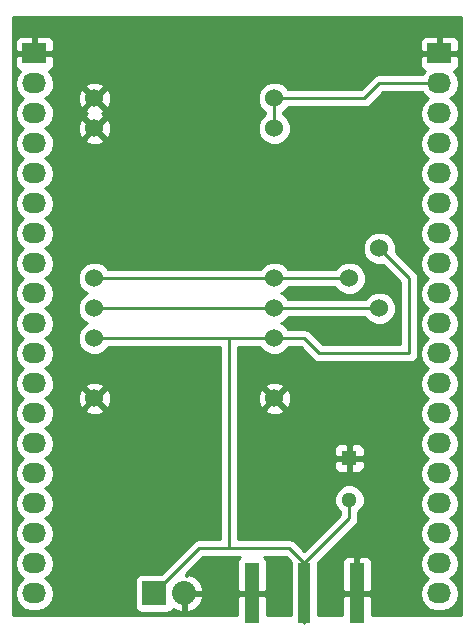
<source format=gbr>
G04 #@! TF.FileFunction,Copper,L1,Top,Signal*
%FSLAX46Y46*%
G04 Gerber Fmt 4.6, Leading zero omitted, Abs format (unit mm)*
G04 Created by KiCad (PCBNEW 4.0.3+e1-6302~38~ubuntu16.04.1-stable) date Fri Aug 26 16:59:27 2016*
%MOMM*%
%LPD*%
G01*
G04 APERTURE LIST*
%ADD10C,0.100000*%
%ADD11R,2.032000X2.032000*%
%ADD12O,2.032000X2.032000*%
%ADD13C,1.524000*%
%ADD14R,1.270000X5.080000*%
%ADD15R,1.016000X5.080000*%
%ADD16R,2.032000X1.727200*%
%ADD17O,2.032000X1.727200*%
%ADD18C,1.300000*%
%ADD19R,1.300000X1.300000*%
%ADD20C,0.250000*%
%ADD21C,0.254000*%
G04 APERTURE END LIST*
D10*
D11*
X69850000Y-100330000D03*
D12*
X72390000Y-100330000D03*
D13*
X86360000Y-73660000D03*
X88900000Y-71120000D03*
X88900000Y-76200000D03*
X64770000Y-58420000D03*
X64770000Y-60960000D03*
X64770000Y-73660000D03*
X64770000Y-76200000D03*
X64770000Y-78740000D03*
X64770000Y-83820000D03*
X80010000Y-83820000D03*
X80010000Y-78740000D03*
X80010000Y-76200000D03*
X80010000Y-73660000D03*
X80010000Y-60960000D03*
X80010000Y-58420000D03*
D14*
X78105000Y-100330000D03*
X86995000Y-100330000D03*
D15*
X82550000Y-100330000D03*
D16*
X59690000Y-54610000D03*
D17*
X59690000Y-57150000D03*
X59690000Y-59690000D03*
X59690000Y-62230000D03*
X59690000Y-64770000D03*
X59690000Y-67310000D03*
X59690000Y-69850000D03*
X59690000Y-72390000D03*
X59690000Y-74930000D03*
X59690000Y-77470000D03*
X59690000Y-80010000D03*
X59690000Y-82550000D03*
X59690000Y-85090000D03*
X59690000Y-87630000D03*
X59690000Y-90170000D03*
X59690000Y-92710000D03*
X59690000Y-95250000D03*
X59690000Y-97790000D03*
X59690000Y-100330000D03*
D16*
X93980000Y-54610000D03*
D17*
X93980000Y-57150000D03*
X93980000Y-59690000D03*
X93980000Y-62230000D03*
X93980000Y-64770000D03*
X93980000Y-67310000D03*
X93980000Y-69850000D03*
X93980000Y-72390000D03*
X93980000Y-74930000D03*
X93980000Y-77470000D03*
X93980000Y-80010000D03*
X93980000Y-82550000D03*
X93980000Y-85090000D03*
X93980000Y-87630000D03*
X93980000Y-90170000D03*
X93980000Y-92710000D03*
X93980000Y-95250000D03*
X93980000Y-97790000D03*
X93980000Y-100330000D03*
D18*
X86360000Y-92400000D03*
D19*
X86360000Y-88900000D03*
D20*
X80010000Y-58420000D02*
X87630000Y-58420000D01*
X88900000Y-57150000D02*
X93980000Y-57150000D01*
X87630000Y-58420000D02*
X88900000Y-57150000D01*
X80010000Y-60960000D02*
X80010000Y-58420000D01*
X80010000Y-73660000D02*
X86360000Y-73660000D01*
X64770000Y-73660000D02*
X80010000Y-73660000D01*
X80010000Y-76200000D02*
X88900000Y-76200000D01*
X64770000Y-76200000D02*
X80010000Y-76200000D01*
X82550000Y-100330000D02*
X82550000Y-97790000D01*
X82550000Y-97790000D02*
X86360000Y-93980000D01*
X86360000Y-93980000D02*
X86360000Y-92400000D01*
X76200000Y-96520000D02*
X76200000Y-78740000D01*
X69850000Y-100330000D02*
X73660000Y-96520000D01*
X81280000Y-96520000D02*
X82550000Y-97790000D01*
X76200000Y-96520000D02*
X81280000Y-96520000D01*
X73660000Y-96520000D02*
X76200000Y-96520000D01*
X82550000Y-102870000D02*
X82550000Y-100330000D01*
X88900000Y-71120000D02*
X91440000Y-73660000D01*
X82550000Y-78740000D02*
X80010000Y-78740000D01*
X83820000Y-80010000D02*
X82550000Y-78740000D01*
X91440000Y-80010000D02*
X83820000Y-80010000D01*
X91440000Y-73660000D02*
X91440000Y-80010000D01*
X64770000Y-78740000D02*
X76200000Y-78740000D01*
X76200000Y-78740000D02*
X80010000Y-78740000D01*
D21*
G36*
X95810000Y-102160000D02*
X88265000Y-102160000D01*
X88265000Y-100615750D01*
X88106250Y-100457000D01*
X87122000Y-100457000D01*
X87122000Y-100477000D01*
X86868000Y-100477000D01*
X86868000Y-100457000D01*
X85883750Y-100457000D01*
X85725000Y-100615750D01*
X85725000Y-102160000D01*
X83705440Y-102160000D01*
X83705440Y-97790000D01*
X83692670Y-97722132D01*
X83751112Y-97663690D01*
X85725000Y-97663690D01*
X85725000Y-100044250D01*
X85883750Y-100203000D01*
X86868000Y-100203000D01*
X86868000Y-97313750D01*
X87122000Y-97313750D01*
X87122000Y-100203000D01*
X88106250Y-100203000D01*
X88265000Y-100044250D01*
X88265000Y-97663690D01*
X88168327Y-97430301D01*
X87989698Y-97251673D01*
X87756309Y-97155000D01*
X87280750Y-97155000D01*
X87122000Y-97313750D01*
X86868000Y-97313750D01*
X86709250Y-97155000D01*
X86233691Y-97155000D01*
X86000302Y-97251673D01*
X85821673Y-97430301D01*
X85725000Y-97663690D01*
X83751112Y-97663690D01*
X86897401Y-94517401D01*
X87062148Y-94270839D01*
X87120000Y-93980000D01*
X87120000Y-93457006D01*
X87448735Y-93128845D01*
X87644777Y-92656724D01*
X87645223Y-92145519D01*
X87450005Y-91673057D01*
X87088845Y-91311265D01*
X86616724Y-91115223D01*
X86105519Y-91114777D01*
X85633057Y-91309995D01*
X85271265Y-91671155D01*
X85075223Y-92143276D01*
X85074777Y-92654481D01*
X85269995Y-93126943D01*
X85600000Y-93457525D01*
X85600000Y-93665198D01*
X82550000Y-96715198D01*
X81817401Y-95982599D01*
X81570839Y-95817852D01*
X81280000Y-95760000D01*
X76960000Y-95760000D01*
X76960000Y-89185750D01*
X85075000Y-89185750D01*
X85075000Y-89676309D01*
X85171673Y-89909698D01*
X85350301Y-90088327D01*
X85583690Y-90185000D01*
X86074250Y-90185000D01*
X86233000Y-90026250D01*
X86233000Y-89027000D01*
X86487000Y-89027000D01*
X86487000Y-90026250D01*
X86645750Y-90185000D01*
X87136310Y-90185000D01*
X87369699Y-90088327D01*
X87548327Y-89909698D01*
X87645000Y-89676309D01*
X87645000Y-89185750D01*
X87486250Y-89027000D01*
X86487000Y-89027000D01*
X86233000Y-89027000D01*
X85233750Y-89027000D01*
X85075000Y-89185750D01*
X76960000Y-89185750D01*
X76960000Y-88123691D01*
X85075000Y-88123691D01*
X85075000Y-88614250D01*
X85233750Y-88773000D01*
X86233000Y-88773000D01*
X86233000Y-87773750D01*
X86487000Y-87773750D01*
X86487000Y-88773000D01*
X87486250Y-88773000D01*
X87645000Y-88614250D01*
X87645000Y-88123691D01*
X87548327Y-87890302D01*
X87369699Y-87711673D01*
X87136310Y-87615000D01*
X86645750Y-87615000D01*
X86487000Y-87773750D01*
X86233000Y-87773750D01*
X86074250Y-87615000D01*
X85583690Y-87615000D01*
X85350301Y-87711673D01*
X85171673Y-87890302D01*
X85075000Y-88123691D01*
X76960000Y-88123691D01*
X76960000Y-84800213D01*
X79209392Y-84800213D01*
X79278857Y-85042397D01*
X79802302Y-85229144D01*
X80357368Y-85201362D01*
X80741143Y-85042397D01*
X80810608Y-84800213D01*
X80010000Y-83999605D01*
X79209392Y-84800213D01*
X76960000Y-84800213D01*
X76960000Y-83612302D01*
X78600856Y-83612302D01*
X78628638Y-84167368D01*
X78787603Y-84551143D01*
X79029787Y-84620608D01*
X79830395Y-83820000D01*
X80189605Y-83820000D01*
X80990213Y-84620608D01*
X81232397Y-84551143D01*
X81419144Y-84027698D01*
X81391362Y-83472632D01*
X81232397Y-83088857D01*
X80990213Y-83019392D01*
X80189605Y-83820000D01*
X79830395Y-83820000D01*
X79029787Y-83019392D01*
X78787603Y-83088857D01*
X78600856Y-83612302D01*
X76960000Y-83612302D01*
X76960000Y-82839787D01*
X79209392Y-82839787D01*
X80010000Y-83640395D01*
X80810608Y-82839787D01*
X80741143Y-82597603D01*
X80217698Y-82410856D01*
X79662632Y-82438638D01*
X79278857Y-82597603D01*
X79209392Y-82839787D01*
X76960000Y-82839787D01*
X76960000Y-79500000D01*
X78812469Y-79500000D01*
X78824990Y-79530303D01*
X79217630Y-79923629D01*
X79730900Y-80136757D01*
X80286661Y-80137242D01*
X80800303Y-79925010D01*
X81193629Y-79532370D01*
X81207070Y-79500000D01*
X82235198Y-79500000D01*
X83282599Y-80547401D01*
X83529160Y-80712148D01*
X83820000Y-80770000D01*
X91440000Y-80770000D01*
X91730839Y-80712148D01*
X91977401Y-80547401D01*
X92142148Y-80300839D01*
X92200000Y-80010000D01*
X92200000Y-73660000D01*
X92142148Y-73369161D01*
X92142148Y-73369160D01*
X91977401Y-73122599D01*
X90284183Y-71429381D01*
X90296757Y-71399100D01*
X90297242Y-70843339D01*
X90085010Y-70329697D01*
X89692370Y-69936371D01*
X89179100Y-69723243D01*
X88623339Y-69722758D01*
X88109697Y-69934990D01*
X87716371Y-70327630D01*
X87503243Y-70840900D01*
X87502758Y-71396661D01*
X87714990Y-71910303D01*
X88107630Y-72303629D01*
X88620900Y-72516757D01*
X89176661Y-72517242D01*
X89209055Y-72503857D01*
X90680000Y-73974802D01*
X90680000Y-79250000D01*
X84134802Y-79250000D01*
X83087401Y-78202599D01*
X82840839Y-78037852D01*
X82550000Y-77980000D01*
X81207531Y-77980000D01*
X81195010Y-77949697D01*
X80802370Y-77556371D01*
X80594488Y-77470051D01*
X80800303Y-77385010D01*
X81193629Y-76992370D01*
X81207070Y-76960000D01*
X87702469Y-76960000D01*
X87714990Y-76990303D01*
X88107630Y-77383629D01*
X88620900Y-77596757D01*
X89176661Y-77597242D01*
X89690303Y-77385010D01*
X90083629Y-76992370D01*
X90296757Y-76479100D01*
X90297242Y-75923339D01*
X90085010Y-75409697D01*
X89692370Y-75016371D01*
X89179100Y-74803243D01*
X88623339Y-74802758D01*
X88109697Y-75014990D01*
X87716371Y-75407630D01*
X87702930Y-75440000D01*
X81207531Y-75440000D01*
X81195010Y-75409697D01*
X80802370Y-75016371D01*
X80594488Y-74930051D01*
X80800303Y-74845010D01*
X81193629Y-74452370D01*
X81207070Y-74420000D01*
X85162469Y-74420000D01*
X85174990Y-74450303D01*
X85567630Y-74843629D01*
X86080900Y-75056757D01*
X86636661Y-75057242D01*
X87150303Y-74845010D01*
X87543629Y-74452370D01*
X87756757Y-73939100D01*
X87757242Y-73383339D01*
X87545010Y-72869697D01*
X87152370Y-72476371D01*
X86639100Y-72263243D01*
X86083339Y-72262758D01*
X85569697Y-72474990D01*
X85176371Y-72867630D01*
X85162930Y-72900000D01*
X81207531Y-72900000D01*
X81195010Y-72869697D01*
X80802370Y-72476371D01*
X80289100Y-72263243D01*
X79733339Y-72262758D01*
X79219697Y-72474990D01*
X78826371Y-72867630D01*
X78812930Y-72900000D01*
X65967531Y-72900000D01*
X65955010Y-72869697D01*
X65562370Y-72476371D01*
X65049100Y-72263243D01*
X64493339Y-72262758D01*
X63979697Y-72474990D01*
X63586371Y-72867630D01*
X63373243Y-73380900D01*
X63372758Y-73936661D01*
X63584990Y-74450303D01*
X63977630Y-74843629D01*
X64185512Y-74929949D01*
X63979697Y-75014990D01*
X63586371Y-75407630D01*
X63373243Y-75920900D01*
X63372758Y-76476661D01*
X63584990Y-76990303D01*
X63977630Y-77383629D01*
X64185512Y-77469949D01*
X63979697Y-77554990D01*
X63586371Y-77947630D01*
X63373243Y-78460900D01*
X63372758Y-79016661D01*
X63584990Y-79530303D01*
X63977630Y-79923629D01*
X64490900Y-80136757D01*
X65046661Y-80137242D01*
X65560303Y-79925010D01*
X65953629Y-79532370D01*
X65967070Y-79500000D01*
X75440000Y-79500000D01*
X75440000Y-95760000D01*
X73660000Y-95760000D01*
X73369161Y-95817852D01*
X73122599Y-95982599D01*
X70438638Y-98666560D01*
X68834000Y-98666560D01*
X68598683Y-98710838D01*
X68382559Y-98849910D01*
X68237569Y-99062110D01*
X68186560Y-99314000D01*
X68186560Y-101346000D01*
X68230838Y-101581317D01*
X68369910Y-101797441D01*
X68582110Y-101942431D01*
X68834000Y-101993440D01*
X70866000Y-101993440D01*
X71101317Y-101949162D01*
X71317441Y-101810090D01*
X71417856Y-101663128D01*
X71421621Y-101667188D01*
X72007054Y-101935983D01*
X72263000Y-101817367D01*
X72263000Y-100457000D01*
X72517000Y-100457000D01*
X72517000Y-101817367D01*
X72772946Y-101935983D01*
X73358379Y-101667188D01*
X73796385Y-101194818D01*
X73995975Y-100712944D01*
X73876836Y-100457000D01*
X72517000Y-100457000D01*
X72263000Y-100457000D01*
X72243000Y-100457000D01*
X72243000Y-100203000D01*
X72263000Y-100203000D01*
X72263000Y-100183000D01*
X72517000Y-100183000D01*
X72517000Y-100203000D01*
X73876836Y-100203000D01*
X73995975Y-99947056D01*
X73796385Y-99465182D01*
X73358379Y-98992812D01*
X72772946Y-98724017D01*
X72517002Y-98842632D01*
X72517002Y-98737800D01*
X73974802Y-97280000D01*
X77081975Y-97280000D01*
X76931673Y-97430301D01*
X76835000Y-97663690D01*
X76835000Y-100044250D01*
X76993750Y-100203000D01*
X77978000Y-100203000D01*
X77978000Y-100183000D01*
X78232000Y-100183000D01*
X78232000Y-100203000D01*
X79216250Y-100203000D01*
X79375000Y-100044250D01*
X79375000Y-97663690D01*
X79278327Y-97430301D01*
X79128025Y-97280000D01*
X80965198Y-97280000D01*
X81408140Y-97722942D01*
X81394560Y-97790000D01*
X81394560Y-102160000D01*
X79375000Y-102160000D01*
X79375000Y-100615750D01*
X79216250Y-100457000D01*
X78232000Y-100457000D01*
X78232000Y-100477000D01*
X77978000Y-100477000D01*
X77978000Y-100457000D01*
X76993750Y-100457000D01*
X76835000Y-100615750D01*
X76835000Y-102160000D01*
X57860000Y-102160000D01*
X57860000Y-57150000D01*
X58006655Y-57150000D01*
X58120729Y-57723489D01*
X58445585Y-58209670D01*
X58760366Y-58420000D01*
X58445585Y-58630330D01*
X58120729Y-59116511D01*
X58006655Y-59690000D01*
X58120729Y-60263489D01*
X58445585Y-60749670D01*
X58760366Y-60960000D01*
X58445585Y-61170330D01*
X58120729Y-61656511D01*
X58006655Y-62230000D01*
X58120729Y-62803489D01*
X58445585Y-63289670D01*
X58760366Y-63500000D01*
X58445585Y-63710330D01*
X58120729Y-64196511D01*
X58006655Y-64770000D01*
X58120729Y-65343489D01*
X58445585Y-65829670D01*
X58760366Y-66040000D01*
X58445585Y-66250330D01*
X58120729Y-66736511D01*
X58006655Y-67310000D01*
X58120729Y-67883489D01*
X58445585Y-68369670D01*
X58760366Y-68580000D01*
X58445585Y-68790330D01*
X58120729Y-69276511D01*
X58006655Y-69850000D01*
X58120729Y-70423489D01*
X58445585Y-70909670D01*
X58760366Y-71120000D01*
X58445585Y-71330330D01*
X58120729Y-71816511D01*
X58006655Y-72390000D01*
X58120729Y-72963489D01*
X58445585Y-73449670D01*
X58760366Y-73660000D01*
X58445585Y-73870330D01*
X58120729Y-74356511D01*
X58006655Y-74930000D01*
X58120729Y-75503489D01*
X58445585Y-75989670D01*
X58760366Y-76200000D01*
X58445585Y-76410330D01*
X58120729Y-76896511D01*
X58006655Y-77470000D01*
X58120729Y-78043489D01*
X58445585Y-78529670D01*
X58760366Y-78740000D01*
X58445585Y-78950330D01*
X58120729Y-79436511D01*
X58006655Y-80010000D01*
X58120729Y-80583489D01*
X58445585Y-81069670D01*
X58760366Y-81280000D01*
X58445585Y-81490330D01*
X58120729Y-81976511D01*
X58006655Y-82550000D01*
X58120729Y-83123489D01*
X58445585Y-83609670D01*
X58760366Y-83820000D01*
X58445585Y-84030330D01*
X58120729Y-84516511D01*
X58006655Y-85090000D01*
X58120729Y-85663489D01*
X58445585Y-86149670D01*
X58760366Y-86360000D01*
X58445585Y-86570330D01*
X58120729Y-87056511D01*
X58006655Y-87630000D01*
X58120729Y-88203489D01*
X58445585Y-88689670D01*
X58760366Y-88900000D01*
X58445585Y-89110330D01*
X58120729Y-89596511D01*
X58006655Y-90170000D01*
X58120729Y-90743489D01*
X58445585Y-91229670D01*
X58760366Y-91440000D01*
X58445585Y-91650330D01*
X58120729Y-92136511D01*
X58006655Y-92710000D01*
X58120729Y-93283489D01*
X58445585Y-93769670D01*
X58760366Y-93980000D01*
X58445585Y-94190330D01*
X58120729Y-94676511D01*
X58006655Y-95250000D01*
X58120729Y-95823489D01*
X58445585Y-96309670D01*
X58760366Y-96520000D01*
X58445585Y-96730330D01*
X58120729Y-97216511D01*
X58006655Y-97790000D01*
X58120729Y-98363489D01*
X58445585Y-98849670D01*
X58760366Y-99060000D01*
X58445585Y-99270330D01*
X58120729Y-99756511D01*
X58006655Y-100330000D01*
X58120729Y-100903489D01*
X58445585Y-101389670D01*
X58931766Y-101714526D01*
X59505255Y-101828600D01*
X59874745Y-101828600D01*
X60448234Y-101714526D01*
X60934415Y-101389670D01*
X61259271Y-100903489D01*
X61373345Y-100330000D01*
X61259271Y-99756511D01*
X60934415Y-99270330D01*
X60619634Y-99060000D01*
X60934415Y-98849670D01*
X61259271Y-98363489D01*
X61373345Y-97790000D01*
X61259271Y-97216511D01*
X60934415Y-96730330D01*
X60619634Y-96520000D01*
X60934415Y-96309670D01*
X61259271Y-95823489D01*
X61373345Y-95250000D01*
X61259271Y-94676511D01*
X60934415Y-94190330D01*
X60619634Y-93980000D01*
X60934415Y-93769670D01*
X61259271Y-93283489D01*
X61373345Y-92710000D01*
X61259271Y-92136511D01*
X60934415Y-91650330D01*
X60619634Y-91440000D01*
X60934415Y-91229670D01*
X61259271Y-90743489D01*
X61373345Y-90170000D01*
X61259271Y-89596511D01*
X60934415Y-89110330D01*
X60619634Y-88900000D01*
X60934415Y-88689670D01*
X61259271Y-88203489D01*
X61373345Y-87630000D01*
X61259271Y-87056511D01*
X60934415Y-86570330D01*
X60619634Y-86360000D01*
X60934415Y-86149670D01*
X61259271Y-85663489D01*
X61373345Y-85090000D01*
X61315703Y-84800213D01*
X63969392Y-84800213D01*
X64038857Y-85042397D01*
X64562302Y-85229144D01*
X65117368Y-85201362D01*
X65501143Y-85042397D01*
X65570608Y-84800213D01*
X64770000Y-83999605D01*
X63969392Y-84800213D01*
X61315703Y-84800213D01*
X61259271Y-84516511D01*
X60934415Y-84030330D01*
X60619634Y-83820000D01*
X60930475Y-83612302D01*
X63360856Y-83612302D01*
X63388638Y-84167368D01*
X63547603Y-84551143D01*
X63789787Y-84620608D01*
X64590395Y-83820000D01*
X64949605Y-83820000D01*
X65750213Y-84620608D01*
X65992397Y-84551143D01*
X66179144Y-84027698D01*
X66151362Y-83472632D01*
X65992397Y-83088857D01*
X65750213Y-83019392D01*
X64949605Y-83820000D01*
X64590395Y-83820000D01*
X63789787Y-83019392D01*
X63547603Y-83088857D01*
X63360856Y-83612302D01*
X60930475Y-83612302D01*
X60934415Y-83609670D01*
X61259271Y-83123489D01*
X61315702Y-82839787D01*
X63969392Y-82839787D01*
X64770000Y-83640395D01*
X65570608Y-82839787D01*
X65501143Y-82597603D01*
X64977698Y-82410856D01*
X64422632Y-82438638D01*
X64038857Y-82597603D01*
X63969392Y-82839787D01*
X61315702Y-82839787D01*
X61373345Y-82550000D01*
X61259271Y-81976511D01*
X60934415Y-81490330D01*
X60619634Y-81280000D01*
X60934415Y-81069670D01*
X61259271Y-80583489D01*
X61373345Y-80010000D01*
X61259271Y-79436511D01*
X60934415Y-78950330D01*
X60619634Y-78740000D01*
X60934415Y-78529670D01*
X61259271Y-78043489D01*
X61373345Y-77470000D01*
X61259271Y-76896511D01*
X60934415Y-76410330D01*
X60619634Y-76200000D01*
X60934415Y-75989670D01*
X61259271Y-75503489D01*
X61373345Y-74930000D01*
X61259271Y-74356511D01*
X60934415Y-73870330D01*
X60619634Y-73660000D01*
X60934415Y-73449670D01*
X61259271Y-72963489D01*
X61373345Y-72390000D01*
X61259271Y-71816511D01*
X60934415Y-71330330D01*
X60619634Y-71120000D01*
X60934415Y-70909670D01*
X61259271Y-70423489D01*
X61373345Y-69850000D01*
X61259271Y-69276511D01*
X60934415Y-68790330D01*
X60619634Y-68580000D01*
X60934415Y-68369670D01*
X61259271Y-67883489D01*
X61373345Y-67310000D01*
X61259271Y-66736511D01*
X60934415Y-66250330D01*
X60619634Y-66040000D01*
X60934415Y-65829670D01*
X61259271Y-65343489D01*
X61373345Y-64770000D01*
X61259271Y-64196511D01*
X60934415Y-63710330D01*
X60619634Y-63500000D01*
X60934415Y-63289670D01*
X61259271Y-62803489D01*
X61373345Y-62230000D01*
X61315703Y-61940213D01*
X63969392Y-61940213D01*
X64038857Y-62182397D01*
X64562302Y-62369144D01*
X65117368Y-62341362D01*
X65501143Y-62182397D01*
X65570608Y-61940213D01*
X64770000Y-61139605D01*
X63969392Y-61940213D01*
X61315703Y-61940213D01*
X61259271Y-61656511D01*
X60934415Y-61170330D01*
X60619634Y-60960000D01*
X60930475Y-60752302D01*
X63360856Y-60752302D01*
X63388638Y-61307368D01*
X63547603Y-61691143D01*
X63789787Y-61760608D01*
X64590395Y-60960000D01*
X64949605Y-60960000D01*
X65750213Y-61760608D01*
X65992397Y-61691143D01*
X66179144Y-61167698D01*
X66151362Y-60612632D01*
X65992397Y-60228857D01*
X65750213Y-60159392D01*
X64949605Y-60960000D01*
X64590395Y-60960000D01*
X63789787Y-60159392D01*
X63547603Y-60228857D01*
X63360856Y-60752302D01*
X60930475Y-60752302D01*
X60934415Y-60749670D01*
X61259271Y-60263489D01*
X61373345Y-59690000D01*
X61315703Y-59400213D01*
X63969392Y-59400213D01*
X64038857Y-59642397D01*
X64162344Y-59686453D01*
X64038857Y-59737603D01*
X63969392Y-59979787D01*
X64770000Y-60780395D01*
X65570608Y-59979787D01*
X65501143Y-59737603D01*
X65377656Y-59693547D01*
X65501143Y-59642397D01*
X65570608Y-59400213D01*
X64770000Y-58599605D01*
X63969392Y-59400213D01*
X61315703Y-59400213D01*
X61259271Y-59116511D01*
X60934415Y-58630330D01*
X60619634Y-58420000D01*
X60930475Y-58212302D01*
X63360856Y-58212302D01*
X63388638Y-58767368D01*
X63547603Y-59151143D01*
X63789787Y-59220608D01*
X64590395Y-58420000D01*
X64949605Y-58420000D01*
X65750213Y-59220608D01*
X65992397Y-59151143D01*
X66154540Y-58696661D01*
X78612758Y-58696661D01*
X78824990Y-59210303D01*
X79217630Y-59603629D01*
X79250000Y-59617070D01*
X79250000Y-59762469D01*
X79219697Y-59774990D01*
X78826371Y-60167630D01*
X78613243Y-60680900D01*
X78612758Y-61236661D01*
X78824990Y-61750303D01*
X79217630Y-62143629D01*
X79730900Y-62356757D01*
X80286661Y-62357242D01*
X80800303Y-62145010D01*
X81193629Y-61752370D01*
X81406757Y-61239100D01*
X81407242Y-60683339D01*
X81195010Y-60169697D01*
X80802370Y-59776371D01*
X80770000Y-59762930D01*
X80770000Y-59617531D01*
X80800303Y-59605010D01*
X81193629Y-59212370D01*
X81207070Y-59180000D01*
X87630000Y-59180000D01*
X87920839Y-59122148D01*
X88167401Y-58957401D01*
X89214802Y-57910000D01*
X92535352Y-57910000D01*
X92735585Y-58209670D01*
X93050366Y-58420000D01*
X92735585Y-58630330D01*
X92410729Y-59116511D01*
X92296655Y-59690000D01*
X92410729Y-60263489D01*
X92735585Y-60749670D01*
X93050366Y-60960000D01*
X92735585Y-61170330D01*
X92410729Y-61656511D01*
X92296655Y-62230000D01*
X92410729Y-62803489D01*
X92735585Y-63289670D01*
X93050366Y-63500000D01*
X92735585Y-63710330D01*
X92410729Y-64196511D01*
X92296655Y-64770000D01*
X92410729Y-65343489D01*
X92735585Y-65829670D01*
X93050366Y-66040000D01*
X92735585Y-66250330D01*
X92410729Y-66736511D01*
X92296655Y-67310000D01*
X92410729Y-67883489D01*
X92735585Y-68369670D01*
X93050366Y-68580000D01*
X92735585Y-68790330D01*
X92410729Y-69276511D01*
X92296655Y-69850000D01*
X92410729Y-70423489D01*
X92735585Y-70909670D01*
X93050366Y-71120000D01*
X92735585Y-71330330D01*
X92410729Y-71816511D01*
X92296655Y-72390000D01*
X92410729Y-72963489D01*
X92735585Y-73449670D01*
X93050366Y-73660000D01*
X92735585Y-73870330D01*
X92410729Y-74356511D01*
X92296655Y-74930000D01*
X92410729Y-75503489D01*
X92735585Y-75989670D01*
X93050366Y-76200000D01*
X92735585Y-76410330D01*
X92410729Y-76896511D01*
X92296655Y-77470000D01*
X92410729Y-78043489D01*
X92735585Y-78529670D01*
X93050366Y-78740000D01*
X92735585Y-78950330D01*
X92410729Y-79436511D01*
X92296655Y-80010000D01*
X92410729Y-80583489D01*
X92735585Y-81069670D01*
X93050366Y-81280000D01*
X92735585Y-81490330D01*
X92410729Y-81976511D01*
X92296655Y-82550000D01*
X92410729Y-83123489D01*
X92735585Y-83609670D01*
X93050366Y-83820000D01*
X92735585Y-84030330D01*
X92410729Y-84516511D01*
X92296655Y-85090000D01*
X92410729Y-85663489D01*
X92735585Y-86149670D01*
X93050366Y-86360000D01*
X92735585Y-86570330D01*
X92410729Y-87056511D01*
X92296655Y-87630000D01*
X92410729Y-88203489D01*
X92735585Y-88689670D01*
X93050366Y-88900000D01*
X92735585Y-89110330D01*
X92410729Y-89596511D01*
X92296655Y-90170000D01*
X92410729Y-90743489D01*
X92735585Y-91229670D01*
X93050366Y-91440000D01*
X92735585Y-91650330D01*
X92410729Y-92136511D01*
X92296655Y-92710000D01*
X92410729Y-93283489D01*
X92735585Y-93769670D01*
X93050366Y-93980000D01*
X92735585Y-94190330D01*
X92410729Y-94676511D01*
X92296655Y-95250000D01*
X92410729Y-95823489D01*
X92735585Y-96309670D01*
X93050366Y-96520000D01*
X92735585Y-96730330D01*
X92410729Y-97216511D01*
X92296655Y-97790000D01*
X92410729Y-98363489D01*
X92735585Y-98849670D01*
X93050366Y-99060000D01*
X92735585Y-99270330D01*
X92410729Y-99756511D01*
X92296655Y-100330000D01*
X92410729Y-100903489D01*
X92735585Y-101389670D01*
X93221766Y-101714526D01*
X93795255Y-101828600D01*
X94164745Y-101828600D01*
X94738234Y-101714526D01*
X95224415Y-101389670D01*
X95549271Y-100903489D01*
X95663345Y-100330000D01*
X95549271Y-99756511D01*
X95224415Y-99270330D01*
X94909634Y-99060000D01*
X95224415Y-98849670D01*
X95549271Y-98363489D01*
X95663345Y-97790000D01*
X95549271Y-97216511D01*
X95224415Y-96730330D01*
X94909634Y-96520000D01*
X95224415Y-96309670D01*
X95549271Y-95823489D01*
X95663345Y-95250000D01*
X95549271Y-94676511D01*
X95224415Y-94190330D01*
X94909634Y-93980000D01*
X95224415Y-93769670D01*
X95549271Y-93283489D01*
X95663345Y-92710000D01*
X95549271Y-92136511D01*
X95224415Y-91650330D01*
X94909634Y-91440000D01*
X95224415Y-91229670D01*
X95549271Y-90743489D01*
X95663345Y-90170000D01*
X95549271Y-89596511D01*
X95224415Y-89110330D01*
X94909634Y-88900000D01*
X95224415Y-88689670D01*
X95549271Y-88203489D01*
X95663345Y-87630000D01*
X95549271Y-87056511D01*
X95224415Y-86570330D01*
X94909634Y-86360000D01*
X95224415Y-86149670D01*
X95549271Y-85663489D01*
X95663345Y-85090000D01*
X95549271Y-84516511D01*
X95224415Y-84030330D01*
X94909634Y-83820000D01*
X95224415Y-83609670D01*
X95549271Y-83123489D01*
X95663345Y-82550000D01*
X95549271Y-81976511D01*
X95224415Y-81490330D01*
X94909634Y-81280000D01*
X95224415Y-81069670D01*
X95549271Y-80583489D01*
X95663345Y-80010000D01*
X95549271Y-79436511D01*
X95224415Y-78950330D01*
X94909634Y-78740000D01*
X95224415Y-78529670D01*
X95549271Y-78043489D01*
X95663345Y-77470000D01*
X95549271Y-76896511D01*
X95224415Y-76410330D01*
X94909634Y-76200000D01*
X95224415Y-75989670D01*
X95549271Y-75503489D01*
X95663345Y-74930000D01*
X95549271Y-74356511D01*
X95224415Y-73870330D01*
X94909634Y-73660000D01*
X95224415Y-73449670D01*
X95549271Y-72963489D01*
X95663345Y-72390000D01*
X95549271Y-71816511D01*
X95224415Y-71330330D01*
X94909634Y-71120000D01*
X95224415Y-70909670D01*
X95549271Y-70423489D01*
X95663345Y-69850000D01*
X95549271Y-69276511D01*
X95224415Y-68790330D01*
X94909634Y-68580000D01*
X95224415Y-68369670D01*
X95549271Y-67883489D01*
X95663345Y-67310000D01*
X95549271Y-66736511D01*
X95224415Y-66250330D01*
X94909634Y-66040000D01*
X95224415Y-65829670D01*
X95549271Y-65343489D01*
X95663345Y-64770000D01*
X95549271Y-64196511D01*
X95224415Y-63710330D01*
X94909634Y-63500000D01*
X95224415Y-63289670D01*
X95549271Y-62803489D01*
X95663345Y-62230000D01*
X95549271Y-61656511D01*
X95224415Y-61170330D01*
X94909634Y-60960000D01*
X95224415Y-60749670D01*
X95549271Y-60263489D01*
X95663345Y-59690000D01*
X95549271Y-59116511D01*
X95224415Y-58630330D01*
X94909634Y-58420000D01*
X95224415Y-58209670D01*
X95549271Y-57723489D01*
X95663345Y-57150000D01*
X95549271Y-56576511D01*
X95224415Y-56090330D01*
X95202220Y-56075500D01*
X95355699Y-56011927D01*
X95534327Y-55833298D01*
X95631000Y-55599909D01*
X95631000Y-54895750D01*
X95472250Y-54737000D01*
X94107000Y-54737000D01*
X94107000Y-54757000D01*
X93853000Y-54757000D01*
X93853000Y-54737000D01*
X92487750Y-54737000D01*
X92329000Y-54895750D01*
X92329000Y-55599909D01*
X92425673Y-55833298D01*
X92604301Y-56011927D01*
X92757780Y-56075500D01*
X92735585Y-56090330D01*
X92535352Y-56390000D01*
X88900000Y-56390000D01*
X88609160Y-56447852D01*
X88362599Y-56612599D01*
X87315198Y-57660000D01*
X81207531Y-57660000D01*
X81195010Y-57629697D01*
X80802370Y-57236371D01*
X80289100Y-57023243D01*
X79733339Y-57022758D01*
X79219697Y-57234990D01*
X78826371Y-57627630D01*
X78613243Y-58140900D01*
X78612758Y-58696661D01*
X66154540Y-58696661D01*
X66179144Y-58627698D01*
X66151362Y-58072632D01*
X65992397Y-57688857D01*
X65750213Y-57619392D01*
X64949605Y-58420000D01*
X64590395Y-58420000D01*
X63789787Y-57619392D01*
X63547603Y-57688857D01*
X63360856Y-58212302D01*
X60930475Y-58212302D01*
X60934415Y-58209670D01*
X61259271Y-57723489D01*
X61315702Y-57439787D01*
X63969392Y-57439787D01*
X64770000Y-58240395D01*
X65570608Y-57439787D01*
X65501143Y-57197603D01*
X64977698Y-57010856D01*
X64422632Y-57038638D01*
X64038857Y-57197603D01*
X63969392Y-57439787D01*
X61315702Y-57439787D01*
X61373345Y-57150000D01*
X61259271Y-56576511D01*
X60934415Y-56090330D01*
X60912220Y-56075500D01*
X61065699Y-56011927D01*
X61244327Y-55833298D01*
X61341000Y-55599909D01*
X61341000Y-54895750D01*
X61182250Y-54737000D01*
X59817000Y-54737000D01*
X59817000Y-54757000D01*
X59563000Y-54757000D01*
X59563000Y-54737000D01*
X58197750Y-54737000D01*
X58039000Y-54895750D01*
X58039000Y-55599909D01*
X58135673Y-55833298D01*
X58314301Y-56011927D01*
X58467780Y-56075500D01*
X58445585Y-56090330D01*
X58120729Y-56576511D01*
X58006655Y-57150000D01*
X57860000Y-57150000D01*
X57860000Y-53620091D01*
X58039000Y-53620091D01*
X58039000Y-54324250D01*
X58197750Y-54483000D01*
X59563000Y-54483000D01*
X59563000Y-53270150D01*
X59817000Y-53270150D01*
X59817000Y-54483000D01*
X61182250Y-54483000D01*
X61341000Y-54324250D01*
X61341000Y-53620091D01*
X92329000Y-53620091D01*
X92329000Y-54324250D01*
X92487750Y-54483000D01*
X93853000Y-54483000D01*
X93853000Y-53270150D01*
X94107000Y-53270150D01*
X94107000Y-54483000D01*
X95472250Y-54483000D01*
X95631000Y-54324250D01*
X95631000Y-53620091D01*
X95534327Y-53386702D01*
X95355699Y-53208073D01*
X95122310Y-53111400D01*
X94265750Y-53111400D01*
X94107000Y-53270150D01*
X93853000Y-53270150D01*
X93694250Y-53111400D01*
X92837690Y-53111400D01*
X92604301Y-53208073D01*
X92425673Y-53386702D01*
X92329000Y-53620091D01*
X61341000Y-53620091D01*
X61244327Y-53386702D01*
X61065699Y-53208073D01*
X60832310Y-53111400D01*
X59975750Y-53111400D01*
X59817000Y-53270150D01*
X59563000Y-53270150D01*
X59404250Y-53111400D01*
X58547690Y-53111400D01*
X58314301Y-53208073D01*
X58135673Y-53386702D01*
X58039000Y-53620091D01*
X57860000Y-53620091D01*
X57860000Y-51510000D01*
X95810000Y-51510000D01*
X95810000Y-102160000D01*
X95810000Y-102160000D01*
G37*
X95810000Y-102160000D02*
X88265000Y-102160000D01*
X88265000Y-100615750D01*
X88106250Y-100457000D01*
X87122000Y-100457000D01*
X87122000Y-100477000D01*
X86868000Y-100477000D01*
X86868000Y-100457000D01*
X85883750Y-100457000D01*
X85725000Y-100615750D01*
X85725000Y-102160000D01*
X83705440Y-102160000D01*
X83705440Y-97790000D01*
X83692670Y-97722132D01*
X83751112Y-97663690D01*
X85725000Y-97663690D01*
X85725000Y-100044250D01*
X85883750Y-100203000D01*
X86868000Y-100203000D01*
X86868000Y-97313750D01*
X87122000Y-97313750D01*
X87122000Y-100203000D01*
X88106250Y-100203000D01*
X88265000Y-100044250D01*
X88265000Y-97663690D01*
X88168327Y-97430301D01*
X87989698Y-97251673D01*
X87756309Y-97155000D01*
X87280750Y-97155000D01*
X87122000Y-97313750D01*
X86868000Y-97313750D01*
X86709250Y-97155000D01*
X86233691Y-97155000D01*
X86000302Y-97251673D01*
X85821673Y-97430301D01*
X85725000Y-97663690D01*
X83751112Y-97663690D01*
X86897401Y-94517401D01*
X87062148Y-94270839D01*
X87120000Y-93980000D01*
X87120000Y-93457006D01*
X87448735Y-93128845D01*
X87644777Y-92656724D01*
X87645223Y-92145519D01*
X87450005Y-91673057D01*
X87088845Y-91311265D01*
X86616724Y-91115223D01*
X86105519Y-91114777D01*
X85633057Y-91309995D01*
X85271265Y-91671155D01*
X85075223Y-92143276D01*
X85074777Y-92654481D01*
X85269995Y-93126943D01*
X85600000Y-93457525D01*
X85600000Y-93665198D01*
X82550000Y-96715198D01*
X81817401Y-95982599D01*
X81570839Y-95817852D01*
X81280000Y-95760000D01*
X76960000Y-95760000D01*
X76960000Y-89185750D01*
X85075000Y-89185750D01*
X85075000Y-89676309D01*
X85171673Y-89909698D01*
X85350301Y-90088327D01*
X85583690Y-90185000D01*
X86074250Y-90185000D01*
X86233000Y-90026250D01*
X86233000Y-89027000D01*
X86487000Y-89027000D01*
X86487000Y-90026250D01*
X86645750Y-90185000D01*
X87136310Y-90185000D01*
X87369699Y-90088327D01*
X87548327Y-89909698D01*
X87645000Y-89676309D01*
X87645000Y-89185750D01*
X87486250Y-89027000D01*
X86487000Y-89027000D01*
X86233000Y-89027000D01*
X85233750Y-89027000D01*
X85075000Y-89185750D01*
X76960000Y-89185750D01*
X76960000Y-88123691D01*
X85075000Y-88123691D01*
X85075000Y-88614250D01*
X85233750Y-88773000D01*
X86233000Y-88773000D01*
X86233000Y-87773750D01*
X86487000Y-87773750D01*
X86487000Y-88773000D01*
X87486250Y-88773000D01*
X87645000Y-88614250D01*
X87645000Y-88123691D01*
X87548327Y-87890302D01*
X87369699Y-87711673D01*
X87136310Y-87615000D01*
X86645750Y-87615000D01*
X86487000Y-87773750D01*
X86233000Y-87773750D01*
X86074250Y-87615000D01*
X85583690Y-87615000D01*
X85350301Y-87711673D01*
X85171673Y-87890302D01*
X85075000Y-88123691D01*
X76960000Y-88123691D01*
X76960000Y-84800213D01*
X79209392Y-84800213D01*
X79278857Y-85042397D01*
X79802302Y-85229144D01*
X80357368Y-85201362D01*
X80741143Y-85042397D01*
X80810608Y-84800213D01*
X80010000Y-83999605D01*
X79209392Y-84800213D01*
X76960000Y-84800213D01*
X76960000Y-83612302D01*
X78600856Y-83612302D01*
X78628638Y-84167368D01*
X78787603Y-84551143D01*
X79029787Y-84620608D01*
X79830395Y-83820000D01*
X80189605Y-83820000D01*
X80990213Y-84620608D01*
X81232397Y-84551143D01*
X81419144Y-84027698D01*
X81391362Y-83472632D01*
X81232397Y-83088857D01*
X80990213Y-83019392D01*
X80189605Y-83820000D01*
X79830395Y-83820000D01*
X79029787Y-83019392D01*
X78787603Y-83088857D01*
X78600856Y-83612302D01*
X76960000Y-83612302D01*
X76960000Y-82839787D01*
X79209392Y-82839787D01*
X80010000Y-83640395D01*
X80810608Y-82839787D01*
X80741143Y-82597603D01*
X80217698Y-82410856D01*
X79662632Y-82438638D01*
X79278857Y-82597603D01*
X79209392Y-82839787D01*
X76960000Y-82839787D01*
X76960000Y-79500000D01*
X78812469Y-79500000D01*
X78824990Y-79530303D01*
X79217630Y-79923629D01*
X79730900Y-80136757D01*
X80286661Y-80137242D01*
X80800303Y-79925010D01*
X81193629Y-79532370D01*
X81207070Y-79500000D01*
X82235198Y-79500000D01*
X83282599Y-80547401D01*
X83529160Y-80712148D01*
X83820000Y-80770000D01*
X91440000Y-80770000D01*
X91730839Y-80712148D01*
X91977401Y-80547401D01*
X92142148Y-80300839D01*
X92200000Y-80010000D01*
X92200000Y-73660000D01*
X92142148Y-73369161D01*
X92142148Y-73369160D01*
X91977401Y-73122599D01*
X90284183Y-71429381D01*
X90296757Y-71399100D01*
X90297242Y-70843339D01*
X90085010Y-70329697D01*
X89692370Y-69936371D01*
X89179100Y-69723243D01*
X88623339Y-69722758D01*
X88109697Y-69934990D01*
X87716371Y-70327630D01*
X87503243Y-70840900D01*
X87502758Y-71396661D01*
X87714990Y-71910303D01*
X88107630Y-72303629D01*
X88620900Y-72516757D01*
X89176661Y-72517242D01*
X89209055Y-72503857D01*
X90680000Y-73974802D01*
X90680000Y-79250000D01*
X84134802Y-79250000D01*
X83087401Y-78202599D01*
X82840839Y-78037852D01*
X82550000Y-77980000D01*
X81207531Y-77980000D01*
X81195010Y-77949697D01*
X80802370Y-77556371D01*
X80594488Y-77470051D01*
X80800303Y-77385010D01*
X81193629Y-76992370D01*
X81207070Y-76960000D01*
X87702469Y-76960000D01*
X87714990Y-76990303D01*
X88107630Y-77383629D01*
X88620900Y-77596757D01*
X89176661Y-77597242D01*
X89690303Y-77385010D01*
X90083629Y-76992370D01*
X90296757Y-76479100D01*
X90297242Y-75923339D01*
X90085010Y-75409697D01*
X89692370Y-75016371D01*
X89179100Y-74803243D01*
X88623339Y-74802758D01*
X88109697Y-75014990D01*
X87716371Y-75407630D01*
X87702930Y-75440000D01*
X81207531Y-75440000D01*
X81195010Y-75409697D01*
X80802370Y-75016371D01*
X80594488Y-74930051D01*
X80800303Y-74845010D01*
X81193629Y-74452370D01*
X81207070Y-74420000D01*
X85162469Y-74420000D01*
X85174990Y-74450303D01*
X85567630Y-74843629D01*
X86080900Y-75056757D01*
X86636661Y-75057242D01*
X87150303Y-74845010D01*
X87543629Y-74452370D01*
X87756757Y-73939100D01*
X87757242Y-73383339D01*
X87545010Y-72869697D01*
X87152370Y-72476371D01*
X86639100Y-72263243D01*
X86083339Y-72262758D01*
X85569697Y-72474990D01*
X85176371Y-72867630D01*
X85162930Y-72900000D01*
X81207531Y-72900000D01*
X81195010Y-72869697D01*
X80802370Y-72476371D01*
X80289100Y-72263243D01*
X79733339Y-72262758D01*
X79219697Y-72474990D01*
X78826371Y-72867630D01*
X78812930Y-72900000D01*
X65967531Y-72900000D01*
X65955010Y-72869697D01*
X65562370Y-72476371D01*
X65049100Y-72263243D01*
X64493339Y-72262758D01*
X63979697Y-72474990D01*
X63586371Y-72867630D01*
X63373243Y-73380900D01*
X63372758Y-73936661D01*
X63584990Y-74450303D01*
X63977630Y-74843629D01*
X64185512Y-74929949D01*
X63979697Y-75014990D01*
X63586371Y-75407630D01*
X63373243Y-75920900D01*
X63372758Y-76476661D01*
X63584990Y-76990303D01*
X63977630Y-77383629D01*
X64185512Y-77469949D01*
X63979697Y-77554990D01*
X63586371Y-77947630D01*
X63373243Y-78460900D01*
X63372758Y-79016661D01*
X63584990Y-79530303D01*
X63977630Y-79923629D01*
X64490900Y-80136757D01*
X65046661Y-80137242D01*
X65560303Y-79925010D01*
X65953629Y-79532370D01*
X65967070Y-79500000D01*
X75440000Y-79500000D01*
X75440000Y-95760000D01*
X73660000Y-95760000D01*
X73369161Y-95817852D01*
X73122599Y-95982599D01*
X70438638Y-98666560D01*
X68834000Y-98666560D01*
X68598683Y-98710838D01*
X68382559Y-98849910D01*
X68237569Y-99062110D01*
X68186560Y-99314000D01*
X68186560Y-101346000D01*
X68230838Y-101581317D01*
X68369910Y-101797441D01*
X68582110Y-101942431D01*
X68834000Y-101993440D01*
X70866000Y-101993440D01*
X71101317Y-101949162D01*
X71317441Y-101810090D01*
X71417856Y-101663128D01*
X71421621Y-101667188D01*
X72007054Y-101935983D01*
X72263000Y-101817367D01*
X72263000Y-100457000D01*
X72517000Y-100457000D01*
X72517000Y-101817367D01*
X72772946Y-101935983D01*
X73358379Y-101667188D01*
X73796385Y-101194818D01*
X73995975Y-100712944D01*
X73876836Y-100457000D01*
X72517000Y-100457000D01*
X72263000Y-100457000D01*
X72243000Y-100457000D01*
X72243000Y-100203000D01*
X72263000Y-100203000D01*
X72263000Y-100183000D01*
X72517000Y-100183000D01*
X72517000Y-100203000D01*
X73876836Y-100203000D01*
X73995975Y-99947056D01*
X73796385Y-99465182D01*
X73358379Y-98992812D01*
X72772946Y-98724017D01*
X72517002Y-98842632D01*
X72517002Y-98737800D01*
X73974802Y-97280000D01*
X77081975Y-97280000D01*
X76931673Y-97430301D01*
X76835000Y-97663690D01*
X76835000Y-100044250D01*
X76993750Y-100203000D01*
X77978000Y-100203000D01*
X77978000Y-100183000D01*
X78232000Y-100183000D01*
X78232000Y-100203000D01*
X79216250Y-100203000D01*
X79375000Y-100044250D01*
X79375000Y-97663690D01*
X79278327Y-97430301D01*
X79128025Y-97280000D01*
X80965198Y-97280000D01*
X81408140Y-97722942D01*
X81394560Y-97790000D01*
X81394560Y-102160000D01*
X79375000Y-102160000D01*
X79375000Y-100615750D01*
X79216250Y-100457000D01*
X78232000Y-100457000D01*
X78232000Y-100477000D01*
X77978000Y-100477000D01*
X77978000Y-100457000D01*
X76993750Y-100457000D01*
X76835000Y-100615750D01*
X76835000Y-102160000D01*
X57860000Y-102160000D01*
X57860000Y-57150000D01*
X58006655Y-57150000D01*
X58120729Y-57723489D01*
X58445585Y-58209670D01*
X58760366Y-58420000D01*
X58445585Y-58630330D01*
X58120729Y-59116511D01*
X58006655Y-59690000D01*
X58120729Y-60263489D01*
X58445585Y-60749670D01*
X58760366Y-60960000D01*
X58445585Y-61170330D01*
X58120729Y-61656511D01*
X58006655Y-62230000D01*
X58120729Y-62803489D01*
X58445585Y-63289670D01*
X58760366Y-63500000D01*
X58445585Y-63710330D01*
X58120729Y-64196511D01*
X58006655Y-64770000D01*
X58120729Y-65343489D01*
X58445585Y-65829670D01*
X58760366Y-66040000D01*
X58445585Y-66250330D01*
X58120729Y-66736511D01*
X58006655Y-67310000D01*
X58120729Y-67883489D01*
X58445585Y-68369670D01*
X58760366Y-68580000D01*
X58445585Y-68790330D01*
X58120729Y-69276511D01*
X58006655Y-69850000D01*
X58120729Y-70423489D01*
X58445585Y-70909670D01*
X58760366Y-71120000D01*
X58445585Y-71330330D01*
X58120729Y-71816511D01*
X58006655Y-72390000D01*
X58120729Y-72963489D01*
X58445585Y-73449670D01*
X58760366Y-73660000D01*
X58445585Y-73870330D01*
X58120729Y-74356511D01*
X58006655Y-74930000D01*
X58120729Y-75503489D01*
X58445585Y-75989670D01*
X58760366Y-76200000D01*
X58445585Y-76410330D01*
X58120729Y-76896511D01*
X58006655Y-77470000D01*
X58120729Y-78043489D01*
X58445585Y-78529670D01*
X58760366Y-78740000D01*
X58445585Y-78950330D01*
X58120729Y-79436511D01*
X58006655Y-80010000D01*
X58120729Y-80583489D01*
X58445585Y-81069670D01*
X58760366Y-81280000D01*
X58445585Y-81490330D01*
X58120729Y-81976511D01*
X58006655Y-82550000D01*
X58120729Y-83123489D01*
X58445585Y-83609670D01*
X58760366Y-83820000D01*
X58445585Y-84030330D01*
X58120729Y-84516511D01*
X58006655Y-85090000D01*
X58120729Y-85663489D01*
X58445585Y-86149670D01*
X58760366Y-86360000D01*
X58445585Y-86570330D01*
X58120729Y-87056511D01*
X58006655Y-87630000D01*
X58120729Y-88203489D01*
X58445585Y-88689670D01*
X58760366Y-88900000D01*
X58445585Y-89110330D01*
X58120729Y-89596511D01*
X58006655Y-90170000D01*
X58120729Y-90743489D01*
X58445585Y-91229670D01*
X58760366Y-91440000D01*
X58445585Y-91650330D01*
X58120729Y-92136511D01*
X58006655Y-92710000D01*
X58120729Y-93283489D01*
X58445585Y-93769670D01*
X58760366Y-93980000D01*
X58445585Y-94190330D01*
X58120729Y-94676511D01*
X58006655Y-95250000D01*
X58120729Y-95823489D01*
X58445585Y-96309670D01*
X58760366Y-96520000D01*
X58445585Y-96730330D01*
X58120729Y-97216511D01*
X58006655Y-97790000D01*
X58120729Y-98363489D01*
X58445585Y-98849670D01*
X58760366Y-99060000D01*
X58445585Y-99270330D01*
X58120729Y-99756511D01*
X58006655Y-100330000D01*
X58120729Y-100903489D01*
X58445585Y-101389670D01*
X58931766Y-101714526D01*
X59505255Y-101828600D01*
X59874745Y-101828600D01*
X60448234Y-101714526D01*
X60934415Y-101389670D01*
X61259271Y-100903489D01*
X61373345Y-100330000D01*
X61259271Y-99756511D01*
X60934415Y-99270330D01*
X60619634Y-99060000D01*
X60934415Y-98849670D01*
X61259271Y-98363489D01*
X61373345Y-97790000D01*
X61259271Y-97216511D01*
X60934415Y-96730330D01*
X60619634Y-96520000D01*
X60934415Y-96309670D01*
X61259271Y-95823489D01*
X61373345Y-95250000D01*
X61259271Y-94676511D01*
X60934415Y-94190330D01*
X60619634Y-93980000D01*
X60934415Y-93769670D01*
X61259271Y-93283489D01*
X61373345Y-92710000D01*
X61259271Y-92136511D01*
X60934415Y-91650330D01*
X60619634Y-91440000D01*
X60934415Y-91229670D01*
X61259271Y-90743489D01*
X61373345Y-90170000D01*
X61259271Y-89596511D01*
X60934415Y-89110330D01*
X60619634Y-88900000D01*
X60934415Y-88689670D01*
X61259271Y-88203489D01*
X61373345Y-87630000D01*
X61259271Y-87056511D01*
X60934415Y-86570330D01*
X60619634Y-86360000D01*
X60934415Y-86149670D01*
X61259271Y-85663489D01*
X61373345Y-85090000D01*
X61315703Y-84800213D01*
X63969392Y-84800213D01*
X64038857Y-85042397D01*
X64562302Y-85229144D01*
X65117368Y-85201362D01*
X65501143Y-85042397D01*
X65570608Y-84800213D01*
X64770000Y-83999605D01*
X63969392Y-84800213D01*
X61315703Y-84800213D01*
X61259271Y-84516511D01*
X60934415Y-84030330D01*
X60619634Y-83820000D01*
X60930475Y-83612302D01*
X63360856Y-83612302D01*
X63388638Y-84167368D01*
X63547603Y-84551143D01*
X63789787Y-84620608D01*
X64590395Y-83820000D01*
X64949605Y-83820000D01*
X65750213Y-84620608D01*
X65992397Y-84551143D01*
X66179144Y-84027698D01*
X66151362Y-83472632D01*
X65992397Y-83088857D01*
X65750213Y-83019392D01*
X64949605Y-83820000D01*
X64590395Y-83820000D01*
X63789787Y-83019392D01*
X63547603Y-83088857D01*
X63360856Y-83612302D01*
X60930475Y-83612302D01*
X60934415Y-83609670D01*
X61259271Y-83123489D01*
X61315702Y-82839787D01*
X63969392Y-82839787D01*
X64770000Y-83640395D01*
X65570608Y-82839787D01*
X65501143Y-82597603D01*
X64977698Y-82410856D01*
X64422632Y-82438638D01*
X64038857Y-82597603D01*
X63969392Y-82839787D01*
X61315702Y-82839787D01*
X61373345Y-82550000D01*
X61259271Y-81976511D01*
X60934415Y-81490330D01*
X60619634Y-81280000D01*
X60934415Y-81069670D01*
X61259271Y-80583489D01*
X61373345Y-80010000D01*
X61259271Y-79436511D01*
X60934415Y-78950330D01*
X60619634Y-78740000D01*
X60934415Y-78529670D01*
X61259271Y-78043489D01*
X61373345Y-77470000D01*
X61259271Y-76896511D01*
X60934415Y-76410330D01*
X60619634Y-76200000D01*
X60934415Y-75989670D01*
X61259271Y-75503489D01*
X61373345Y-74930000D01*
X61259271Y-74356511D01*
X60934415Y-73870330D01*
X60619634Y-73660000D01*
X60934415Y-73449670D01*
X61259271Y-72963489D01*
X61373345Y-72390000D01*
X61259271Y-71816511D01*
X60934415Y-71330330D01*
X60619634Y-71120000D01*
X60934415Y-70909670D01*
X61259271Y-70423489D01*
X61373345Y-69850000D01*
X61259271Y-69276511D01*
X60934415Y-68790330D01*
X60619634Y-68580000D01*
X60934415Y-68369670D01*
X61259271Y-67883489D01*
X61373345Y-67310000D01*
X61259271Y-66736511D01*
X60934415Y-66250330D01*
X60619634Y-66040000D01*
X60934415Y-65829670D01*
X61259271Y-65343489D01*
X61373345Y-64770000D01*
X61259271Y-64196511D01*
X60934415Y-63710330D01*
X60619634Y-63500000D01*
X60934415Y-63289670D01*
X61259271Y-62803489D01*
X61373345Y-62230000D01*
X61315703Y-61940213D01*
X63969392Y-61940213D01*
X64038857Y-62182397D01*
X64562302Y-62369144D01*
X65117368Y-62341362D01*
X65501143Y-62182397D01*
X65570608Y-61940213D01*
X64770000Y-61139605D01*
X63969392Y-61940213D01*
X61315703Y-61940213D01*
X61259271Y-61656511D01*
X60934415Y-61170330D01*
X60619634Y-60960000D01*
X60930475Y-60752302D01*
X63360856Y-60752302D01*
X63388638Y-61307368D01*
X63547603Y-61691143D01*
X63789787Y-61760608D01*
X64590395Y-60960000D01*
X64949605Y-60960000D01*
X65750213Y-61760608D01*
X65992397Y-61691143D01*
X66179144Y-61167698D01*
X66151362Y-60612632D01*
X65992397Y-60228857D01*
X65750213Y-60159392D01*
X64949605Y-60960000D01*
X64590395Y-60960000D01*
X63789787Y-60159392D01*
X63547603Y-60228857D01*
X63360856Y-60752302D01*
X60930475Y-60752302D01*
X60934415Y-60749670D01*
X61259271Y-60263489D01*
X61373345Y-59690000D01*
X61315703Y-59400213D01*
X63969392Y-59400213D01*
X64038857Y-59642397D01*
X64162344Y-59686453D01*
X64038857Y-59737603D01*
X63969392Y-59979787D01*
X64770000Y-60780395D01*
X65570608Y-59979787D01*
X65501143Y-59737603D01*
X65377656Y-59693547D01*
X65501143Y-59642397D01*
X65570608Y-59400213D01*
X64770000Y-58599605D01*
X63969392Y-59400213D01*
X61315703Y-59400213D01*
X61259271Y-59116511D01*
X60934415Y-58630330D01*
X60619634Y-58420000D01*
X60930475Y-58212302D01*
X63360856Y-58212302D01*
X63388638Y-58767368D01*
X63547603Y-59151143D01*
X63789787Y-59220608D01*
X64590395Y-58420000D01*
X64949605Y-58420000D01*
X65750213Y-59220608D01*
X65992397Y-59151143D01*
X66154540Y-58696661D01*
X78612758Y-58696661D01*
X78824990Y-59210303D01*
X79217630Y-59603629D01*
X79250000Y-59617070D01*
X79250000Y-59762469D01*
X79219697Y-59774990D01*
X78826371Y-60167630D01*
X78613243Y-60680900D01*
X78612758Y-61236661D01*
X78824990Y-61750303D01*
X79217630Y-62143629D01*
X79730900Y-62356757D01*
X80286661Y-62357242D01*
X80800303Y-62145010D01*
X81193629Y-61752370D01*
X81406757Y-61239100D01*
X81407242Y-60683339D01*
X81195010Y-60169697D01*
X80802370Y-59776371D01*
X80770000Y-59762930D01*
X80770000Y-59617531D01*
X80800303Y-59605010D01*
X81193629Y-59212370D01*
X81207070Y-59180000D01*
X87630000Y-59180000D01*
X87920839Y-59122148D01*
X88167401Y-58957401D01*
X89214802Y-57910000D01*
X92535352Y-57910000D01*
X92735585Y-58209670D01*
X93050366Y-58420000D01*
X92735585Y-58630330D01*
X92410729Y-59116511D01*
X92296655Y-59690000D01*
X92410729Y-60263489D01*
X92735585Y-60749670D01*
X93050366Y-60960000D01*
X92735585Y-61170330D01*
X92410729Y-61656511D01*
X92296655Y-62230000D01*
X92410729Y-62803489D01*
X92735585Y-63289670D01*
X93050366Y-63500000D01*
X92735585Y-63710330D01*
X92410729Y-64196511D01*
X92296655Y-64770000D01*
X92410729Y-65343489D01*
X92735585Y-65829670D01*
X93050366Y-66040000D01*
X92735585Y-66250330D01*
X92410729Y-66736511D01*
X92296655Y-67310000D01*
X92410729Y-67883489D01*
X92735585Y-68369670D01*
X93050366Y-68580000D01*
X92735585Y-68790330D01*
X92410729Y-69276511D01*
X92296655Y-69850000D01*
X92410729Y-70423489D01*
X92735585Y-70909670D01*
X93050366Y-71120000D01*
X92735585Y-71330330D01*
X92410729Y-71816511D01*
X92296655Y-72390000D01*
X92410729Y-72963489D01*
X92735585Y-73449670D01*
X93050366Y-73660000D01*
X92735585Y-73870330D01*
X92410729Y-74356511D01*
X92296655Y-74930000D01*
X92410729Y-75503489D01*
X92735585Y-75989670D01*
X93050366Y-76200000D01*
X92735585Y-76410330D01*
X92410729Y-76896511D01*
X92296655Y-77470000D01*
X92410729Y-78043489D01*
X92735585Y-78529670D01*
X93050366Y-78740000D01*
X92735585Y-78950330D01*
X92410729Y-79436511D01*
X92296655Y-80010000D01*
X92410729Y-80583489D01*
X92735585Y-81069670D01*
X93050366Y-81280000D01*
X92735585Y-81490330D01*
X92410729Y-81976511D01*
X92296655Y-82550000D01*
X92410729Y-83123489D01*
X92735585Y-83609670D01*
X93050366Y-83820000D01*
X92735585Y-84030330D01*
X92410729Y-84516511D01*
X92296655Y-85090000D01*
X92410729Y-85663489D01*
X92735585Y-86149670D01*
X93050366Y-86360000D01*
X92735585Y-86570330D01*
X92410729Y-87056511D01*
X92296655Y-87630000D01*
X92410729Y-88203489D01*
X92735585Y-88689670D01*
X93050366Y-88900000D01*
X92735585Y-89110330D01*
X92410729Y-89596511D01*
X92296655Y-90170000D01*
X92410729Y-90743489D01*
X92735585Y-91229670D01*
X93050366Y-91440000D01*
X92735585Y-91650330D01*
X92410729Y-92136511D01*
X92296655Y-92710000D01*
X92410729Y-93283489D01*
X92735585Y-93769670D01*
X93050366Y-93980000D01*
X92735585Y-94190330D01*
X92410729Y-94676511D01*
X92296655Y-95250000D01*
X92410729Y-95823489D01*
X92735585Y-96309670D01*
X93050366Y-96520000D01*
X92735585Y-96730330D01*
X92410729Y-97216511D01*
X92296655Y-97790000D01*
X92410729Y-98363489D01*
X92735585Y-98849670D01*
X93050366Y-99060000D01*
X92735585Y-99270330D01*
X92410729Y-99756511D01*
X92296655Y-100330000D01*
X92410729Y-100903489D01*
X92735585Y-101389670D01*
X93221766Y-101714526D01*
X93795255Y-101828600D01*
X94164745Y-101828600D01*
X94738234Y-101714526D01*
X95224415Y-101389670D01*
X95549271Y-100903489D01*
X95663345Y-100330000D01*
X95549271Y-99756511D01*
X95224415Y-99270330D01*
X94909634Y-99060000D01*
X95224415Y-98849670D01*
X95549271Y-98363489D01*
X95663345Y-97790000D01*
X95549271Y-97216511D01*
X95224415Y-96730330D01*
X94909634Y-96520000D01*
X95224415Y-96309670D01*
X95549271Y-95823489D01*
X95663345Y-95250000D01*
X95549271Y-94676511D01*
X95224415Y-94190330D01*
X94909634Y-93980000D01*
X95224415Y-93769670D01*
X95549271Y-93283489D01*
X95663345Y-92710000D01*
X95549271Y-92136511D01*
X95224415Y-91650330D01*
X94909634Y-91440000D01*
X95224415Y-91229670D01*
X95549271Y-90743489D01*
X95663345Y-90170000D01*
X95549271Y-89596511D01*
X95224415Y-89110330D01*
X94909634Y-88900000D01*
X95224415Y-88689670D01*
X95549271Y-88203489D01*
X95663345Y-87630000D01*
X95549271Y-87056511D01*
X95224415Y-86570330D01*
X94909634Y-86360000D01*
X95224415Y-86149670D01*
X95549271Y-85663489D01*
X95663345Y-85090000D01*
X95549271Y-84516511D01*
X95224415Y-84030330D01*
X94909634Y-83820000D01*
X95224415Y-83609670D01*
X95549271Y-83123489D01*
X95663345Y-82550000D01*
X95549271Y-81976511D01*
X95224415Y-81490330D01*
X94909634Y-81280000D01*
X95224415Y-81069670D01*
X95549271Y-80583489D01*
X95663345Y-80010000D01*
X95549271Y-79436511D01*
X95224415Y-78950330D01*
X94909634Y-78740000D01*
X95224415Y-78529670D01*
X95549271Y-78043489D01*
X95663345Y-77470000D01*
X95549271Y-76896511D01*
X95224415Y-76410330D01*
X94909634Y-76200000D01*
X95224415Y-75989670D01*
X95549271Y-75503489D01*
X95663345Y-74930000D01*
X95549271Y-74356511D01*
X95224415Y-73870330D01*
X94909634Y-73660000D01*
X95224415Y-73449670D01*
X95549271Y-72963489D01*
X95663345Y-72390000D01*
X95549271Y-71816511D01*
X95224415Y-71330330D01*
X94909634Y-71120000D01*
X95224415Y-70909670D01*
X95549271Y-70423489D01*
X95663345Y-69850000D01*
X95549271Y-69276511D01*
X95224415Y-68790330D01*
X94909634Y-68580000D01*
X95224415Y-68369670D01*
X95549271Y-67883489D01*
X95663345Y-67310000D01*
X95549271Y-66736511D01*
X95224415Y-66250330D01*
X94909634Y-66040000D01*
X95224415Y-65829670D01*
X95549271Y-65343489D01*
X95663345Y-64770000D01*
X95549271Y-64196511D01*
X95224415Y-63710330D01*
X94909634Y-63500000D01*
X95224415Y-63289670D01*
X95549271Y-62803489D01*
X95663345Y-62230000D01*
X95549271Y-61656511D01*
X95224415Y-61170330D01*
X94909634Y-60960000D01*
X95224415Y-60749670D01*
X95549271Y-60263489D01*
X95663345Y-59690000D01*
X95549271Y-59116511D01*
X95224415Y-58630330D01*
X94909634Y-58420000D01*
X95224415Y-58209670D01*
X95549271Y-57723489D01*
X95663345Y-57150000D01*
X95549271Y-56576511D01*
X95224415Y-56090330D01*
X95202220Y-56075500D01*
X95355699Y-56011927D01*
X95534327Y-55833298D01*
X95631000Y-55599909D01*
X95631000Y-54895750D01*
X95472250Y-54737000D01*
X94107000Y-54737000D01*
X94107000Y-54757000D01*
X93853000Y-54757000D01*
X93853000Y-54737000D01*
X92487750Y-54737000D01*
X92329000Y-54895750D01*
X92329000Y-55599909D01*
X92425673Y-55833298D01*
X92604301Y-56011927D01*
X92757780Y-56075500D01*
X92735585Y-56090330D01*
X92535352Y-56390000D01*
X88900000Y-56390000D01*
X88609160Y-56447852D01*
X88362599Y-56612599D01*
X87315198Y-57660000D01*
X81207531Y-57660000D01*
X81195010Y-57629697D01*
X80802370Y-57236371D01*
X80289100Y-57023243D01*
X79733339Y-57022758D01*
X79219697Y-57234990D01*
X78826371Y-57627630D01*
X78613243Y-58140900D01*
X78612758Y-58696661D01*
X66154540Y-58696661D01*
X66179144Y-58627698D01*
X66151362Y-58072632D01*
X65992397Y-57688857D01*
X65750213Y-57619392D01*
X64949605Y-58420000D01*
X64590395Y-58420000D01*
X63789787Y-57619392D01*
X63547603Y-57688857D01*
X63360856Y-58212302D01*
X60930475Y-58212302D01*
X60934415Y-58209670D01*
X61259271Y-57723489D01*
X61315702Y-57439787D01*
X63969392Y-57439787D01*
X64770000Y-58240395D01*
X65570608Y-57439787D01*
X65501143Y-57197603D01*
X64977698Y-57010856D01*
X64422632Y-57038638D01*
X64038857Y-57197603D01*
X63969392Y-57439787D01*
X61315702Y-57439787D01*
X61373345Y-57150000D01*
X61259271Y-56576511D01*
X60934415Y-56090330D01*
X60912220Y-56075500D01*
X61065699Y-56011927D01*
X61244327Y-55833298D01*
X61341000Y-55599909D01*
X61341000Y-54895750D01*
X61182250Y-54737000D01*
X59817000Y-54737000D01*
X59817000Y-54757000D01*
X59563000Y-54757000D01*
X59563000Y-54737000D01*
X58197750Y-54737000D01*
X58039000Y-54895750D01*
X58039000Y-55599909D01*
X58135673Y-55833298D01*
X58314301Y-56011927D01*
X58467780Y-56075500D01*
X58445585Y-56090330D01*
X58120729Y-56576511D01*
X58006655Y-57150000D01*
X57860000Y-57150000D01*
X57860000Y-53620091D01*
X58039000Y-53620091D01*
X58039000Y-54324250D01*
X58197750Y-54483000D01*
X59563000Y-54483000D01*
X59563000Y-53270150D01*
X59817000Y-53270150D01*
X59817000Y-54483000D01*
X61182250Y-54483000D01*
X61341000Y-54324250D01*
X61341000Y-53620091D01*
X92329000Y-53620091D01*
X92329000Y-54324250D01*
X92487750Y-54483000D01*
X93853000Y-54483000D01*
X93853000Y-53270150D01*
X94107000Y-53270150D01*
X94107000Y-54483000D01*
X95472250Y-54483000D01*
X95631000Y-54324250D01*
X95631000Y-53620091D01*
X95534327Y-53386702D01*
X95355699Y-53208073D01*
X95122310Y-53111400D01*
X94265750Y-53111400D01*
X94107000Y-53270150D01*
X93853000Y-53270150D01*
X93694250Y-53111400D01*
X92837690Y-53111400D01*
X92604301Y-53208073D01*
X92425673Y-53386702D01*
X92329000Y-53620091D01*
X61341000Y-53620091D01*
X61244327Y-53386702D01*
X61065699Y-53208073D01*
X60832310Y-53111400D01*
X59975750Y-53111400D01*
X59817000Y-53270150D01*
X59563000Y-53270150D01*
X59404250Y-53111400D01*
X58547690Y-53111400D01*
X58314301Y-53208073D01*
X58135673Y-53386702D01*
X58039000Y-53620091D01*
X57860000Y-53620091D01*
X57860000Y-51510000D01*
X95810000Y-51510000D01*
X95810000Y-102160000D01*
M02*

</source>
